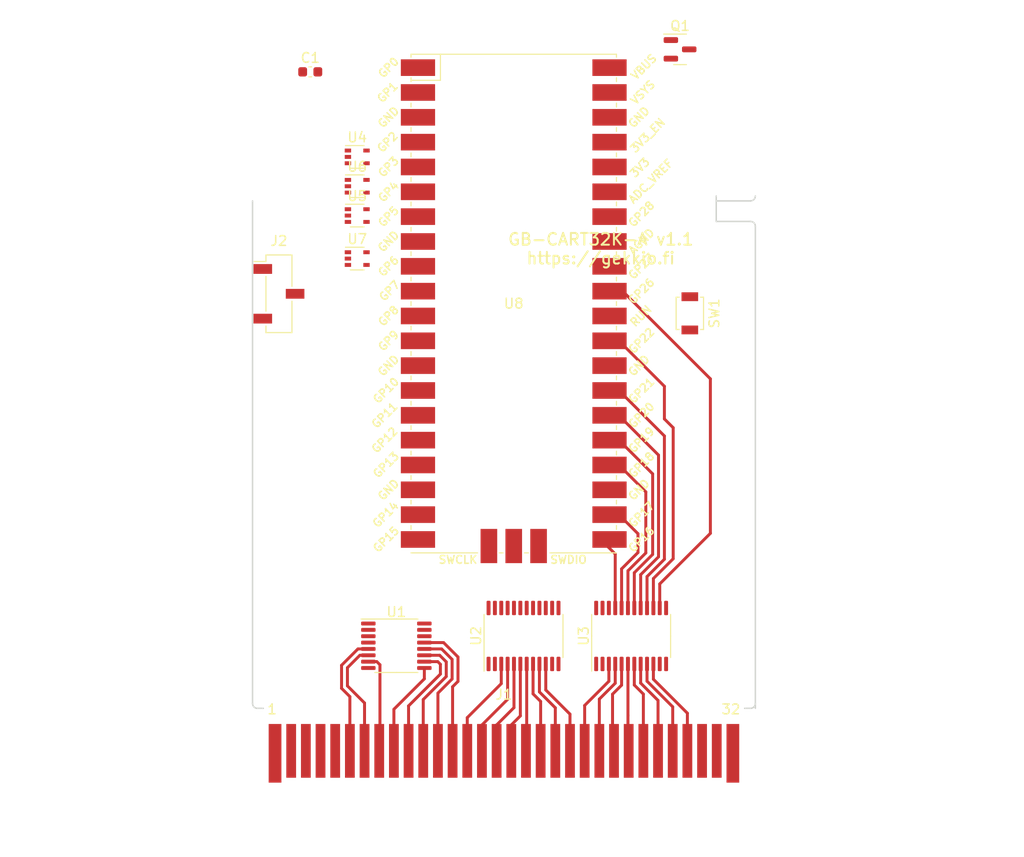
<source format=kicad_pcb>
(kicad_pcb (version 20210722) (generator pcbnew)
  (title_block (title "GB-CART32K-A") (rev "v1.1") (company "https://gekkio.fi"))
  (layers (0 "F.Cu" signal) (31 "B.Cu" signal) (34 "B.Paste" user) (35 "F.Paste" user) (36 "B.SilkS" user "B.Silkscreen") (37 "F.SilkS" user "F.Silkscreen") (38 "B.Mask" user) (39 "F.Mask" user) (44 "Edge.Cuts" user))
  (net 0 "")
  (net 1 "+5V")
  (net 2 "GND")
  (net 3 "/D0")
  (net 4 "/D1")
  (net 5 "/D2")
  (net 6 "/D3")
  (net 7 "/D4")
  (net 8 "/D5")
  (net 9 "/D6")
  (net 10 "/D7")
  (net 11 "/A12")
  (net 12 "/A13")
  (net 13 "/A14")
  (net 14 "/A7")
  (net 15 "/A6")
  (net 16 "/A5")
  (net 17 "/A4")
  (net 18 "/A3")
  (net 19 "/A2")
  (net 20 "/A1")
  (net 21 "/A0")
  (net 22 "/A10")
  (net 23 "+3V3")
  (net 24 "/A11")
  (net 25 "/A9")
  (net 26 "/A8")
  (net 29 "/A15")
  (net 30 "~{CS}")
  (net 31 "~{RD}")
  (net 32 "~{WR}")
  (net 33 "PHI")
  (net 34 "/SWDIO")
  (net 35 "/SWCLK")
  (net 36 "Net-(Q1-Pad1)")
  (net 37 "Net-(Q1-Pad2)")
  (net 38 "RUN")
  (net 39 "~{SEL_LOW_ADDR}")
  (net 40 "SCK")
  (net 41 "LSB_ADDR_SERIAL")
  (net 43 "/3V3_A15")
  (net 44 "/3V3_A14")
  (net 45 "/3V3_A13")
  (net 46 "/3V3_A12")
  (net 47 "/3V3_A11")
  (net 48 "/3V3_A10")
  (net 49 "/3V3_A9")
  (net 50 "/3V3_A8")
  (net 51 "/3V3_D7")
  (net 52 "/3V3_D6")
  (net 53 "/3V3_D5")
  (net 54 "/3V3_D4")
  (net 55 "/3V3_D3")
  (net 56 "/3V3_D2")
  (net 57 "/3V3_D1")
  (net 58 "/3V3_D0")
  (net 59 "PHI_3V3")
  (net 60 "~{RD}_3V3")
  (net 61 "~{WR}_3V3")
  (net 62 "~{CS}_3V3")
  (footprint "Package_SO:TSSOP-24_4.4x7.8mm_P0.65mm" (layer "F.Cu") (at 102 84 90)
    (fp_text reference "U2" (at 0 -4.85 90) (layer "F.SilkS"))
    (fp_text value "74LVC8T245PW")
    (fp_line (start 0 4.035) (end 2.2 4.035) (layer "F.SilkS") (width 0.12))
    (fp_line (start 0 -4.035) (end -3.6 -4.035) (layer "F.SilkS") (width 0.12))
    (fp_line (start 0 -4.035) (end 2.2 -4.035) (layer "F.SilkS") (width 0.12))
    (fp_line (start 0 4.035) (end -2.2 4.035) (layer "F.SilkS") (width 0.12))
    (pad "1" smd roundrect locked (at -2.8625 -3.575 90) (size 1.475 0.4) (layers "F.Cu" "F.Paste" "F.Mask") (net 1 "+5V"))
    (pad "2" smd roundrect locked (at -2.8625 -2.925 90) (size 1.475 0.4) (layers "F.Cu" "F.Paste" "F.Mask") (net 1 "+5V"))
    (pad "3" smd roundrect locked (at -2.8625 -2.275 90) (size 1.475 0.4) (layers "F.Cu" "F.Paste" "F.Mask") (net 26 "/A8"))
    (pad "4" smd roundrect locked (at -2.8625 -1.625 90) (size 1.475 0.4) (layers "F.Cu" "F.Paste" "F.Mask") (net 25 "/A9"))
    (pad "5" smd roundrect locked (at -2.8625 -0.975 90) (size 1.475 0.4) (layers "F.Cu" "F.Paste" "F.Mask") (net 22 "/A10"))
    (pad "6" smd roundrect locked (at -2.8625 -0.325 90) (size 1.475 0.4) (layers "F.Cu" "F.Paste" "F.Mask") (net 24 "/A11"))
    (pad "7" smd roundrect locked (at -2.8625 0.325 90) (size 1.475 0.4) (layers "F.Cu" "F.Paste" "F.Mask") (net 11 "/A12"))
    (pad "8" smd roundrect locked (at -2.8625 0.975 90) (size 1.475 0.4) (layers "F.Cu" "F.Paste" "F.Mask") (net 12 "/A13"))
    (pad "9" smd roundrect locked (at -2.8625 1.625 90) (size 1.475 0.4) (layers "F.Cu" "F.Paste" "F.Mask") (net 13 "/A14"))
    (pad "10" smd roundrect locked (at -2.8625 2.275 90) (size 1.475 0.4) (layers "F.Cu" "F.Paste" "F.Mask") (net 29 "/A15"))
    (pad "11" smd roundrect locked (at -2.8625 2.925 90) (size 1.475 0.4) (layers "F.Cu" "F.Paste" "F.Mask") (net 2 "GND"))
    (pad "12" smd roundrect locked (at -2.8625 3.575 90) (size 1.475 0.4) (layers "F.Cu" "F.Paste" "F.Mask") (net 2 "GND"))
    (pad "13" smd roundrect locked (at 2.8625 3.575 90) (size 1.475 0.4) (layers "F.Cu" "F.Paste" "F.Mask") (net 2 "GND"))
    (pad "14" smd roundrect locked (at 2.8625 2.925 90) (size 1.475 0.4) (layers "F.Cu" "F.Paste" "F.Mask") (net 43 "/3V3_A15"))
    (pad "15" smd roundrect locked (at 2.8625 2.275 90) (size 1.475 0.4) (layers "F.Cu" "F.Paste" "F.Mask") (net 44 "/3V3_A14"))
    (pad "16" smd roundrect locked (at 2.8625 1.625 90) (size 1.475 0.4) (layers "F.Cu" "F.Paste" "F.Mask") (net 45 "/3V3_A13"))
    (pad "17" smd roundrect locked (at 2.8625 0.975 90) (size 1.475 0.4) (layers "F.Cu" "F.Paste" "F.Mask") (net 46 "/3V3_A12"))
    (pad "18" smd roundrect locked (at 2.8625 0.325 90) (size 1.475 0.4) (layers "F.Cu" "F.Paste" "F.Mask") (net 47 "/3V3_A11"))
    (pad "19" smd roundrect locked (at 2.8625 -0.325 90) (size 1.475 0.4) (layers "F.Cu" "F.Paste" "F.Mask") (net 48 "/3V3_A10"))
    (pad "20" smd roundrect locked (at 2.8625 -0.975 90) (size 1.475 0.4) (layers "F.Cu" "F.Paste" "F.Mask") (net 49 "/3V3_A9"))
    (pad "21" smd roundrect locked (at 2.8625 -1.625 90) (size 1.475 0.4) (layers "F.Cu" "F.Paste" "F.Mask") (net 50 "/3V3_A8"))
    (pad "22" smd roundrect locked (at 2.8625 -2.275 90) (size 1.475 0.4) (layers "F.Cu" "F.Paste" "F.Mask") (net 2 "GND"))
    (pad "23" smd roundrect locked (at 2.8625 -2.925 90) (size 1.475 0.4) (layers "F.Cu" "F.Paste" "F.Mask") (net 23 "+3V3"))
    (pad "24" smd roundrect locked (at 2.8625 -3.575 90) (size 1.475 0.4) (layers "F.Cu" "F.Paste" "F.Mask") (net 23 "+3V3"))
  )
  (footprint "Package_TO_SOT_SMD:SOT-353_SC-70-5" (layer "F.Cu") (at 85 41)
    (fp_text reference "U5" (at 0 -2) (layer "F.SilkS"))
    (fp_text value "SN74AUP1T34DCK")
    (fp_line (start -0.7 1.16) (end 0.7 1.16) (layer "F.SilkS") (width 0.12))
    (fp_line (start 0.7 -1.16) (end -1.2 -1.16) (layer "F.SilkS") (width 0.12))
    (pad "1" smd rect locked (at -0.95 -0.65) (size 0.65 0.4) (layers "F.Cu" "F.Paste" "F.Mask") (net 1 "+5V"))
    (pad "2" smd rect locked (at -0.95 0) (size 0.65 0.4) (layers "F.Cu" "F.Paste" "F.Mask") (net 31 "~{RD}"))
    (pad "3" smd rect locked (at -0.95 0.65) (size 0.65 0.4) (layers "F.Cu" "F.Paste" "F.Mask") (net 2 "GND"))
    (pad "4" smd rect locked (at 0.95 0.65) (size 0.65 0.4) (layers "F.Cu" "F.Paste" "F.Mask") (net 60 "~{RD}_3V3"))
    (pad "5" smd rect locked (at 0.95 -0.65) (size 0.65 0.4) (layers "F.Cu" "F.Paste" "F.Mask") (net 23 "+3V3"))
  )
  (footprint "Button_Switch_SMD:SW_SPST_B3U-1000P-B" (layer "F.Cu") (at 119 51 -90)
    (fp_text reference "SW1" (at 0 -2.5 90) (layer "F.SilkS"))
    (fp_text value "RESET")
    (fp_line (start -1.65 1.4) (end 1.65 1.4) (layer "F.SilkS") (width 0.12))
    (fp_line (start 1.65 1.4) (end 1.65 1.1) (layer "F.SilkS") (width 0.12))
    (fp_line (start -1.65 -1.4) (end 1.65 -1.4) (layer "F.SilkS") (width 0.12))
    (fp_line (start -1.65 -1.1) (end -1.65 -1.4) (layer "F.SilkS") (width 0.12))
    (fp_line (start 1.65 -1.4) (end 1.65 -1.1) (layer "F.SilkS") (width 0.12))
    (fp_line (start -1.65 1.1) (end -1.65 1.4) (layer "F.SilkS") (width 0.12))
    (pad "" np_thru_hole circle locked (at 0 0 270) (size 0.8 0.8) (drill 0.8) (layers *.Cu *.Mask))
    (pad "1" smd rect locked (at -1.7 0 270) (size 0.9 1.7) (layers "F.Cu" "F.Paste" "F.Mask") (net 38 "RUN"))
    (pad "2" smd rect locked (at 1.7 0 270) (size 0.9 1.7) (layers "F.Cu" "F.Paste" "F.Mask") (net 2 "GND"))
  )
  (footprint "Gekkio_MountingHole:MountingHole_2.3mm" (layer "F.Cu") (at 118.7 59)
    (fp_text reference "H2" hide)
    (fp_text value "DNF" hide)
    (pad "" np_thru_hole circle locked (at 0 0) (size 2.3 2.3) (drill 2.3) (layers *.Cu *.Mask))
  )
  (footprint "Gekkio_MountingHole:MountingHole_2.3mm" (layer "F.Cu") (at 81.3 59)
    (fp_text reference "H2" hide)
    (fp_text value "DNF" hide)
    (pad "" np_thru_hole circle locked (at 0 0) (size 2.3 2.3) (drill 2.3) (layers *.Cu *.Mask))
  )
  (footprint "MCU_RaspberryPi_and_Boards:RPi_Pico_SMD_TH" (layer "F.Cu") (at 101 50)
    (fp_text reference "U8" (at 0 0) (layer "F.SilkS"))
    (fp_text value "Pico")
    (fp_text user "GP21" (at 13.054 8.9 45) (layer "F.SilkS") (effects (font (size 0.8 0.8))))
    (fp_text user "GP19" (at 13.054 13.97 45) (layer "F.SilkS") (effects (font (size 0.8 0.8))))
    (fp_text user "GP5" (at -12.8 -8.89 45) (layer "F.SilkS") (effects (font (size 0.8 0.8))))
    (fp_text user "AGND" (at 13.054 -6.35 45) (layer "F.SilkS") (effects (font (size 0.8 0.8))))
    (fp_text user "GP8" (at -12.8 1.27 45) (layer "F.SilkS") (effects (font (size 0.8 0.8))))
    (fp_text user "GP20" (at 13.054 11.43 45) (layer "F.SilkS") (effects (font (size 0.8 0.8))))
    (fp_text user "VSYS" (at 13.2 -21.59 45) (layer "F.SilkS") (effects (font (size 0.8 0.8))))
    (fp_text user "GP15" (at -13.054 24.13 45) (layer "F.SilkS") (effects (font (size 0.8 0.8))))
    (fp_text user "GND" (at -12.8 -6.35 45) (layer "F.SilkS") (effects (font (size 0.8 0.8))))
    (fp_text user "GND" (at 12.8 6.35 45) (layer "F.SilkS") (effects (font (size 0.8 0.8))))
    (fp_text user "GP2" (at -12.9 -16.51 45) (layer "F.SilkS") (effects (font (size 0.8 0.8))))
    (fp_text user "GP0" (at -12.8 -24.13 45) (layer "F.SilkS") (effects (font (size 0.8 0.8))))
    (fp_text user "ADC_VREF" (at 14 -12.5 45) (layer "F.SilkS") (effects (font (size 0.8 0.8))))
    (fp_text user "GP17" (at 13.054 21.59 45) (layer "F.SilkS") (effects (font (size 0.8 0.8))))
    (fp_text user "SWCLK" (at -5.7 26.2) (layer "F.SilkS") (effects (font (size 0.8 0.8))))
    (fp_text user "GP9" (at -12.8 3.81 45) (layer "F.SilkS") (effects (font (size 0.8 0.8))))
    (fp_text user "GP11" (at -13.2 11.43 45) (layer "F.SilkS") (effects (font (size 0.8 0.8))))
    (fp_text user "GP6" (at -12.8 -3.81 45) (layer "F.SilkS") (effects (font (size 0.8 0.8))))
    (fp_text user "RUN" (at 13 1.27 45) (layer "F.SilkS") (effects (font (size 0.8 0.8))))
    (fp_text user "GND" (at -12.8 -19.05 45) (layer "F.SilkS") (effects (font (size 0.8 0.8))))
    (fp_text user "GP10" (at -13.054 8.89 45) (layer "F.SilkS") (effects (font (size 0.8 0.8))))
    (fp_text user "GP22" (at 13.054 3.81 45) (layer "F.SilkS") (effects (font (size 0.8 0.8))))
    (fp_text user "GP28" (at 13.054 -9.144 45) (layer "F.SilkS") (effects (font (size 0.8 0.8))))
    (fp_text user "GP18" (at 13.054 16.51 45) (layer "F.SilkS") (effects (font (size 0.8 0.8))))
    (fp_text user "GP7" (at -12.7 -1.3 45) (layer "F.SilkS") (effects (font (size 0.8 0.8))))
    (fp_text user "SWDIO" (at 5.6 26.2) (layer "F.SilkS") (effects (font (size 0.8 0.8))))
    (fp_text user "3V3" (at 12.9 -13.9 45) (layer "F.SilkS") (effects (font (size 0.8 0.8))))
    (fp_text user "GP27" (at 13.054 -3.8 45) (layer "F.SilkS") (effects (font (size 0.8 0.8))))
    (fp_text user "GP26" (at 13.054 -1.27 45) (layer "F.SilkS") (effects (font (size 0.8 0.8))))
    (fp_text user "GP13" (at -13.054 16.51 45) (layer "F.SilkS") (effects (font (size 0.8 0.8))))
    (fp_text user "GP3" (at -12.8 -13.97 45) (layer "F.SilkS") (effects (font (size 0.8 0.8))))
    (fp_text user "GND" (at -12.8 6.35 45) (layer "F.SilkS") (effects (font (size 0.8 0.8))))
    (fp_text user "3V3_EN" (at 13.7 -17.2 45) (layer "F.SilkS") (effects (font (size 0.8 0.8))))
    (fp_text user "GP12" (at -13.2 13.97 45) (layer "F.SilkS") (effects (font (size 0.8 0.8))))
    (fp_text user "GND" (at 12.8 -19.05 45) (layer "F.SilkS") (effects (font (size 0.8 0.8))))
    (fp_text user "GND" (at -12.8 19.05 45) (layer "F.SilkS") (effects (font (size 0.8 0.8))))
    (fp_text user "GP16" (at 13.054 24.13 45) (layer "F.SilkS") (effects (font (size 0.8 0.8))))
    (fp_text user "GP14" (at -13.1 21.59 45) (layer "F.SilkS") (effects (font (size 0.8 0.8))))
    (fp_text user "GND" (at 12.8 19.05 45) (layer "F.SilkS") (effects (font (size 0.8 0.8))))
    (fp_text user "GP1" (at -12.9 -21.6 45) (layer "F.SilkS") (effects (font (size 0.8 0.8))))
    (fp_text user "VBUS" (at 13.3 -24.2 45) (layer "F.SilkS") (effects (font (size 0.8 0.8))))
    (fp_text user "GP4" (at -12.8 -11.43 45) (layer "F.SilkS") (effects (font (size 0.8 0.8))))
    (fp_line (start 10.5 -23.1) (end 10.5 -22.7) (layer "F.SilkS") (width 0.12))
    (fp_line (start 10.5 25.5) (end 3.7 25.5) (layer "F.SilkS") (width 0.12))
    (fp_line (start 10.5 -20.5) (end 10.5 -20.1) (layer "F.SilkS") (width 0.12))
    (fp_line (start 10.5 -18) (end 10.5 -17.6) (layer "F.SilkS") (width 0.12))
    (fp_line (start 1.1 25.5) (end 1.5 25.5) (layer "F.SilkS") (width 0.12))
    (fp_line (start -10.5 2.3) (end -10.5 2.7) (layer "F.SilkS") (width 0.12))
    (fp_line (start 10.5 -0.2) (end 10.5 0.2) (layer "F.SilkS") (width 0.12))
    (fp_line (start 10.5 17.6) (end 10.5 18) (layer "F.SilkS") (width 0.12))
    (fp_line (start -10.5 -5.3) (end -10.5 -4.9) (layer "F.SilkS") (width 0.12))
    (fp_line (start -10.5 -10.4) (end -10.5 -10) (layer "F.SilkS") (width 0.12))
    (fp_line (start 10.5 -15.4) (end 10.5 -15) (layer "F.SilkS") (width 0.12))
    (fp_line (start 10.5 22.7) (end 10.5 23.1) (layer "F.SilkS") (width 0.12))
    (fp_line (start 10.5 15.1) (end 10.5 15.5) (layer "F.SilkS") (width 0.12))
    (fp_line (start 10.5 12.5) (end 10.5 12.9) (layer "F.SilkS") (width 0.12))
    (fp_line (start -10.5 -18) (end -10.5 -17.6) (layer "F.SilkS") (width 0.12))
    (fp_line (start -10.5 22.7) (end -10.5 23.1) (layer "F.SilkS") (width 0.12))
    (fp_line (start -10.5 -15.4) (end -10.5 -15) (layer "F.SilkS") (width 0.12))
    (fp_line (start -10.5 -12.9) (end -10.5 -12.5) (layer "F.SilkS") (width 0.12))
    (fp_line (start -10.5 10) (end -10.5 10.4) (layer "F.SilkS") (width 0.12))
    (fp_line (start -10.5 -25.5) (end 10.5 -25.5) (layer "F.SilkS") (width 0.12))
    (fp_line (start -10.5 -23.1) (end -10.5 -22.7) (layer "F.SilkS") (width 0.12))
    (fp_line (start -10.5 17.6) (end -10.5 18) (layer "F.SilkS") (width 0.12))
    (fp_line (start 10.5 10) (end 10.5 10.4) (layer "F.SilkS") (width 0.12))
    (fp_line (start -1.5 25.5) (end -1.1 25.5) (layer "F.SilkS") (width 0.12))
    (fp_line (start 10.5 -25.5) (end 10.5 -25.2) (layer "F.SilkS") (width 0.12))
    (fp_line (start -10.5 -7.8) (end -10.5 -7.4) (layer "F.SilkS") (width 0.12))
    (fp_line (start -10.5 7.4) (end -10.5 7.8) (layer "F.SilkS") (width 0.12))
    (fp_line (start -3.7 25.5) (end -10.5 25.5) (layer "F.SilkS") (width 0.12))
    (fp_line (start -10.5 12.5) (end -10.5 12.9) (layer "F.SilkS") (width 0.12))
    (fp_line (start -10.5 -20.5) (end -10.5 -20.1) (layer "F.SilkS") (width 0.12))
    (fp_line (start -10.5 4.9) (end -10.5 5.3) (layer "F.SilkS") (width 0.12))
    (fp_line (start 10.5 -7.8) (end 10.5 -7.4) (layer "F.SilkS") (width 0.12))
    (fp_line (start 10.5 -12.9) (end 10.5 -12.5) (layer "F.SilkS") (width 0.12))
    (fp_line (start 10.5 2.3) (end 10.5 2.7) (layer "F.SilkS") (width 0.12))
    (fp_line (start 10.5 -10.4) (end 10.5 -10) (layer "F.SilkS") (width 0.12))
    (fp_line (start -10.5 -22.833) (end -7.493 -22.833) (layer "F.SilkS") (width 0.12))
    (fp_line (start -10.5 20.1) (end -10.5 20.5) (layer "F.SilkS") (width 0.12))
    (fp_line (start 10.5 20.1) (end 10.5 20.5) (layer "F.SilkS") (width 0.12))
    (fp_line (start -10.5 15.1) (end -10.5 15.5) (layer "F.SilkS") (width 0.12))
    (fp_line (start -7.493 -22.833) (end -7.493 -25.5) (layer "F.SilkS") (width 0.12))
    (fp_line (start 10.5 4.9) (end 10.5 5.3) (layer "F.SilkS") (width 0.12))
    (fp_line (start 10.5 -5.3) (end 10.5 -4.9) (layer "F.SilkS") (width 0.12))
    (fp_line (start -10.5 -2.7) (end -10.5 -2.3) (layer "F.SilkS") (width 0.12))
    (fp_line (start -10.5 -0.2) (end -10.5 0.2) (layer "F.SilkS") (width 0.12))
    (fp_line (start 10.5 -2.7) (end 10.5 -2.3) (layer "F.SilkS") (width 0.12))
    (fp_line (start 10.5 7.4) (end 10.5 7.8) (layer "F.SilkS") (width 0.12))
    (fp_line (start -10.5 -25.5) (end -10.5 -25.2) (layer "F.SilkS") (width 0.12))
    (pad "" np_thru_hole oval (at -2.425 -20.97) (size 1.5 1.5) (drill 1.5) (layers *.Cu *.Mask))
    (pad "" np_thru_hole oval (at -2.725 -24) (size 1.8 1.8) (drill 1.8) (layers *.Cu *.Mask))
    (pad "" np_thru_hole oval (at 2.725 -24) (size 1.8 1.8) (drill 1.8) (layers *.Cu *.Mask))
    (pad "" np_thru_hole oval (at 2.425 -20.97) (size 1.5 1.5) (drill 1.5) (layers *.Cu *.Mask))
    (pad "1" smd rect (at -8.89 -24.13) (size 3.5 1.7) (drill (offset -0.9 0)) (layers "F.Cu" "F.Mask") (net 39 "~{SEL_LOW_ADDR}"))
    (pad "2" smd rect (at -8.89 -21.59) (size 3.5 1.7) (drill (offset -0.9 0)) (layers "F.Cu" "F.Mask") (net 41 "LSB_ADDR_SERIAL"))
    (pad "3" smd rect (at -8.89 -19.05) (size 3.5 1.7) (drill (offset -0.9 0)) (layers "F.Cu" "F.Mask") (net 2 "GND"))
    (pad "4" smd rect (at -8.89 -16.51) (size 3.5 1.7) (drill (offset -0.9 0)) (layers "F.Cu" "F.Mask") (net 40 "SCK"))
    (pad "5" smd rect (at -8.89 -13.97) (size 3.5 1.7) (drill (offset -0.9 0)) (layers "F.Cu" "F.Mask") (net 59 "PHI_3V3"))
    (pad "6" smd rect (at -8.89 -11.43) (size 3.5 1.7) (drill (offset -0.9 0)) (layers "F.Cu" "F.Mask") (net 61 "~{WR}_3V3"))
    (pad "7" smd rect (at -8.89 -8.89) (size 3.5 1.7) (drill (offset -0.9 0)) (layers "F.Cu" "F.Mask") (net 60 "~{RD}_3V3"))
    (pad "8" smd rect (at -8.89 -6.35) (size 3.5 1.7) (drill (offset -0.9 0)) (layers "F.Cu" "F.Mask") (net 2 "GND"))
    (pad "9" smd rect (at -8.89 -3.81) (size 3.5 1.7) (drill (offset -0.9 0)) (layers "F.Cu" "F.Mask") (net 62 "~{CS}_3V3"))
    (pad "10" smd rect (at -8.89 -1.27) (size 3.5 1.7) (drill (offset -0.9 0)) (layers "F.Cu" "F.Mask"))
    (pad "11" smd rect (at -8.89 1.27) (size 3.5 1.7) (drill (offset -0.9 0)) (layers "F.Cu" "F.Mask") (net 50 "/3V3_A8"))
    (pad "12" smd rect (at -8.89 3.81) (size 3.5 1.7) (drill (offset -0.9 0)) (layers "F.Cu" "F.Mask") (net 49 "/3V3_A9"))
    (pad "13" smd rect (at -8.89 6.35) (size 3.5 1.7) (drill (offset -0.9 0)) (layers "F.Cu" "F.Mask") (net 2 "GND"))
    (pad "14" smd rect (at -8.89 8.89) (size 3.5 1.7) (drill (offset -0.9 0)) (layers "F.Cu" "F.Mask") (net 48 "/3V3_A10"))
    (pad "15" smd rect (at -8.89 11.43) (size 3.5 1.7) (drill (offset -0.9 0)) (layers "F.Cu" "F.Mask") (net 47 "/3V3_A11"))
    (pad "16" smd rect (at -8.89 13.97) (size 3.5 1.7) (drill (offset -0.9 0)) (layers "F.Cu" "F.Mask") (net 46 "/3V3_A12"))
    (pad "17" smd rect (at -8.89 16.51) (size 3.5 1.7) (drill (offset -0.9 0)) (layers "F.Cu" "F.Mask") (net 45 "/3V3_A13"))
    (pad "18" smd rect (at -8.89 19.05) (size 3.5 1.7) (drill (offset -0.9 0)) (layers "F.Cu" "F.Mask") (net 2 "GND"))
    (pad "19" smd rect (at -8.89 21.59) (size 3.5 1.7) (drill (offset -0.9 0)) (layers "F.Cu" "F.Mask") (net 44 "/3V3_A14"))
    (pad "20" smd rect (at -8.89 24.13) (size 3.5 1.7) (drill (offset -0.9 0)) (layers "F.Cu" "F.Mask") (net 43 "/3V3_A15"))
    (pad "21" smd rect (at 8.89 24.13) (size 3.5 1.7) (drill (offset 0.9 0)) (layers "F.Cu" "F.Mask") (net 58 "/3V3_D0"))
    (pad "22" smd rect (at 8.89 21.59) (size 3.5 1.7) (drill (offset 0.9 0)) (layers "F.Cu" "F.Mask") (net 57 "/3V3_D1"))
    (pad "23" smd rect (at 8.89 19.05) (size 3.5 1.7) (drill (offset 0.9 0)) (layers "F.Cu" "F.Mask") (net 2 "GND"))
    (pad "24" smd rect (at 8.89 16.51) (size 3.5 1.7) (drill (offset 0.9 0)) (layers "F.Cu" "F.Mask") (net 56 "/3V3_D2"))
    (pad "25" smd rect (at 8.89 13.97) (size 3.5 1.7) (drill (offset 0.9 0)) (layers "F.Cu" "F.Mask") (net 55 "/3V3_D3"))
    (pad "26" smd rect (at 8.89 11.43) (size 3.5 1.7) (drill (offset 0.9 0)) (layers "F.Cu" "F.Mask") (net 54 "/3V3_D4"))
    (pad "27" smd rect (at 8.89 8.89) (size 3.5 1.7) (drill (offset 0.9 0)) (layers "F.Cu" "F.Mask") (net 53 "/3V3_D5"))
    (pad "28" smd rect (at 8.89 6.35) (size 3.5 1.7) (drill (offset 0.9 0)) (layers "F.Cu" "F.Mask") (net 2 "GND"))
    (pad "29" smd rect (at 8.89 3.81) (size 3.5 1.7) (drill (offset 0.9 0)) (layers "F.Cu" "F.Mask") (net 52 "/3V3_D6"))
    (pad "30" smd rect (at 8.89 1.27) (size 3.5 1.7) (drill (offset 0.9 0)) (layers "F.Cu" "F.Mask") (net 38 "RUN"))
    (pad "31" smd rect (at 8.89 -1.27) (size 3.5 1.7) (drill (offset 0.9 0)) (layers "F.Cu" "F.Mask") (net 51 "/3V3_D7"))
    (pad "32" smd rect (at 8.89 -3.81) (size 3.5 1.7) (drill (offset 0.9 0)) (layers "F.Cu" "F.Mask"))
    (pad "33" smd rect (at 8.89 -6.35) (size 3.5 1.7) (drill (offset 0.9 0)) (layers "F.Cu" "F.Mask") (net 2 "GND"))
    (pad "34" smd rect (at 8.89 -8.89) (size 3.5 1.7) (drill (offset 0.9 0)) (layers "F.Cu" "F.Mask"))
    (pad "35" smd rect (at 8.89 -11.43) (size 3.5 1.7) (drill (offset 0.9 0)) (layers "F.Cu" "F.Mask"))
    (pad "36" smd rect (at 8.89 -13.97) (size 3.5 1.7) (drill (offset 0.9 0)) (layers "F.Cu" "F.Mask") (net 23 "+3V3"))
    (pad "37" smd rect (at 8.89 -16.51) (size 3.5 1.7) (drill (offset 0.9 0)) (layers "F.Cu" "F.Mask"))
    (pad "38" smd rect (at 8.89 -19.05) (size 3.5 1.7) (drill (offset 0.9 0)) (layers "F.Cu" "F.Mask") (net 2 "GND"))
    (pad "39" smd rect (at 8.89 -21.59) (size 3.5 1.7) (drill (offset 0.9 0)) (layers "F.Cu" "F.Mask") (net 37 "Net-(Q1-Pad2)"))
    (pad "40" smd rect (at 8.89 -24.13) (size 3.5 1.7) (drill (offset 0.9 0)) (layers "F.Cu" "F.Mask") (net 36 "Net-(Q1-Pad1)"))
    (pad "41" smd rect (at -2.54 23.9 90) (size 3.5 1.7) (drill (offset -0.9 0)) (layers "F.Cu" "F.Mask") (net 35 "/SWCLK"))
    (pad "42" smd rect (at 0 23.9 90) (size 3.5 1.7) (drill (offset -0.9 0)) (layers "F.Cu" "F.Mask") (net 2 "GND"))
    (pad "43" smd rect (at 2.54 23.9 90) (size 3.5 1.7) (drill (offset -0.9 0)) (layers "F.Cu" "F.Mask") (net 34 "/SWDIO"))
  )
  (footprint "Package_SO:TSSOP-24_4.4x7.8mm_P0.65mm" (layer "F.Cu") (at 113 84 90)
    (fp_text reference "U3" (at 0 -4.85 90) (layer "F.SilkS"))
    (fp_text value "74LVC8T245PW")
    (fp_line (start 0 -4.035) (end -3.6 -4.035) (layer "F.SilkS") (width 0.12))
    (fp_line (start 0 4.035) (end 2.2 4.035) (layer "F.SilkS") (width 0.12))
    (fp_line (start 0 -4.035) (end 2.2 -4.035) (layer "F.SilkS") (width 0.12))
    (fp_line (start 0 4.035) (end -2.2 4.035) (layer "F.SilkS") (width 0.12))
    (pad "1" smd roundrect locked (at -2.8625 -3.575 90) (size 1.475 0.4) (layers "F.Cu" "F.Paste" "F.Mask") (net 1 "+5V"))
    (pad "2" smd roundrect locked (at -2.8625 -2.925 90) (size 1.475 0.4) (layers "F.Cu" "F.Paste" "F.Mask") (net 31 "~{RD}"))
    (pad "3" smd roundrect locked (at -2.8625 -2.275 90) (size 1.475 0.4) (layers "F.Cu" "F.Paste" "F.Mask") (net 3 "/D0"))
    (pad "4" smd roundrect locked (at -2.8625 -1.625 90) (size 1.475 0.4) (layers "F.Cu" "F.Paste" "F.Mask") (net 4 "/D1"))
    (pad "5" smd roundrect locked (at -2.8625 -0.975 90) (size 1.475 0.4) (layers "F.Cu" "F.Paste" "F.Mask") (net 5 "/D2"))
    (pad "6" smd roundrect locked (at -2.8625 -0.325 90) (size 1.475 0.4) (layers "F.Cu" "F.Paste" "F.Mask") (net 6 "/D3"))
    (pad "7" smd roundrect locked (at -2.8625 0.325 90) (size 1.475 0.4) (layers "F.Cu" "F.Paste" "F.Mask") (net 7 "/D4"))
    (pad "8" smd roundrect locked (at -2.8625 0.975 90) (size 1.475 0.4) (layers "F.Cu" "F.Paste" "F.Mask") (net 8 "/D5"))
    (pad "9" smd roundrect locked (at -2.8625 1.625 90) (size 1.475 0.4) (layers "F.Cu" "F.Paste" "F.Mask") (net 9 "/D6"))
    (pad "10" smd roundrect locked (at -2.8625 2.275 90) (size 1.475 0.4) (layers "F.Cu" "F.Paste" "F.Mask") (net 10 "/D7"))
    (pad "11" smd roundrect locked (at -2.8625 2.925 90) (size 1.475 0.4) (layers "F.Cu" "F.Paste" "F.Mask") (net 2 "GND"))
    (pad "12" smd roundrect locked (at -2.8625 3.575 90) (size 1.475 0.4) (layers "F.Cu" "F.Paste" "F.Mask") (net 2 "GND"))
    (pad "13" smd roundrect locked (at 2.8625 3.575 90) (size 1.475 0.4) (layers "F.Cu" "F.Paste" "F.Mask") (net 2 "GND"))
    (pad "14" smd roundrect locked (at 2.8625 2.925 90) (size 1.475 0.4) (layers "F.Cu" "F.Paste" "F.Mask") (net 51 "/3V3_D7"))
    (pad "15" smd roundrect locked (at 2.8625 2.275 90) (size 1.475 0.4) (layers "F.Cu" "F.Paste" "F.Mask") (net 52 "/3V3_D6"))
    (pad "16" smd roundrect locked (at 2.8625 1.625 90) (size 1.475 0.4) (layers "F.Cu" "F.Paste" "F.Mask") (net 53 "/3V3_D5"))
    (pad "17" smd roundrect locked (at 2.8625 0.975 90) (size 1.475 0.4) (layers "F.Cu" "F.Paste" "F.Mask") (net 54 "/3V3_D4"))
    (pad "18" smd roundrect locked (at 2.8625 0.325 90) (size 1.475 0.4) (layers "F.Cu" "F.Paste" "F.Mask") (net 55 "/3V3_D3"))
    (pad "19" smd roundrect locked (at 2.8625 -0.325 90) (size 1.475 0.4) (layers "F.Cu" "F.Paste" "F.Mask") (net 56 "/3V3_D2"))
    (pad "20" smd roundrect locked (at 2.8625 -0.975 90) (size 1.475 0.4) (layers "F.Cu" "F.Paste" "F.Mask") (net 57 "/3V3_D1"))
    (pad "21" smd roundrect locked (at 2.8625 -1.625 90) (size 1.475 0.4) (layers "F.Cu" "F.Paste" "F.Mask") (net 58 "/3V3_D0"))
    (pad "22" smd roundrect locked (at 2.8625 -2.275 90) (size 1.475 0.4) (layers "F.Cu" "F.Paste" "F.Mask") (net 2 "GND"))
    (pad "23" smd roundrect locked (at 2.8625 -2.925 90) (size 1.475 0.4) (layers "F.Cu" "F.Paste" "F.Mask") (net 23 "+3V3"))
    (pad "24" smd roundrect locked (at 2.8625 -3.575 90) (size 1.475 0.4) (layers "F.Cu" "F.Paste" "F.Mask") (net 23 "+3V3"))
  )
  (footprint "Connector_PinSocket_2.54mm:PinSocket_1x03_P2.54mm_Vertical_SMD_Pin1Left" (layer "F.Cu") (at 77 49)
    (fp_text reference "J2" (at 0 -5.41) (layer "F.SilkS"))
    (fp_text value "DEBUG")
    (fp_line (start -1.33 -3.97) (end -1.33 -3.3) (layer "F.SilkS") (width 0.12))
    (fp_line (start 1.33 -3.97) (end 1.33 -0.76) (layer "F.SilkS") (width 0.12))
    (fp_line (start -1.33 3.97) (end 1.33 3.97) (layer "F.SilkS") (width 0.12))
    (fp_line (start -1.33 -3.97) (end 1.33 -3.97) (layer "F.SilkS") (width 0.12))
    (fp_line (start -2.54 -3.3) (end -1.33 -3.3) (layer "F.SilkS") (width 0.12))
    (fp_line (start -1.33 3.3) (end -1.33 3.97) (layer "F.SilkS") (width 0.12))
    (fp_line (start -1.33 -1.78) (end -1.33 1.78) (layer "F.SilkS") (width 0.12))
    (fp_line (start 1.33 0.76) (end 1.33 3.97) (layer "F.SilkS") (width 0.12))
    (pad "1" smd rect locked (at -1.65 -2.54) (size 1.9 1) (layers "F.Cu" "F.Paste" "F.Mask") (net 34 "/SWDIO"))
    (pad "2" smd rect locked (at 1.65 0) (size 1.9 1) (layers "F.Cu" "F.Paste" "F.Mask") (net 2 "GND"))
    (pad "3" smd rect locked (at -1.65 2.54) (size 1.9 1) (layers "F.Cu" "F.Paste" "F.Mask") (net 35 "/SWCLK"))
  )
  (footprint "Package_TO_SOT_SMD:SOT-353_SC-70-5" (layer "F.Cu") (at 85 45.4)
    (fp_text reference "U7" (at 0 -2) (layer "F.SilkS"))
    (fp_text value "SN74AUP1T34DCK")
    (fp_line (start 0.7 -1.16) (end -1.2 -1.16) (layer "F.SilkS") (width 0.12))
    (fp_line (start -0.7 1.16) (end 0.7 1.16) (layer "F.SilkS") (width 0.12))
    (pad "1" smd rect locked (at -0.95 -0.65) (size 0.65 0.4) (layers "F.Cu" "F.Paste" "F.Mask") (net 1 "+5V"))
    (pad "2" smd rect locked (at -0.95 0) (size 0.65 0.4) (layers "F.Cu" "F.Paste" "F.Mask") (net 30 "~{CS}"))
    (pad "3" smd rect locked (at -0.95 0.65) (size 0.65 0.4) (layers "F.Cu" "F.Paste" "F.Mask") (net 2 "GND"))
    (pad "4" smd rect locked (at 0.95 0.65) (size 0.65 0.4) (layers "F.Cu" "F.Paste" "F.Mask") (net 62 "~{CS}_3V3"))
    (pad "5" smd rect locked (at 0.95 -0.65) (size 0.65 0.4) (layers "F.Cu" "F.Paste" "F.Mask") (net 23 "+3V3"))
  )
  (footprint "Package_TO_SOT_SMD:SOT-23" (layer "F.Cu") (at 118 24)
    (fp_text reference "Q1" (at 0 -2.4) (layer "F.SilkS"))
    (fp_text value "Si2319CDS")
    (fp_line (start 0 -1.56) (end -1.675 -1.56) (layer "F.SilkS") (width 0.12))
    (fp_line (start 0 -1.56) (end 0.65 -1.56) (layer "F.SilkS") (width 0.12))
    (fp_line (start 0 1.56) (end -0.65 1.56) (layer "F.SilkS") (width 0.12))
    (fp_line (start 0 1.56) (end 0.65 1.56) (layer "F.SilkS") (width 0.12))
    (pad "1" smd roundrect locked (at -0.9375 -0.95) (size 1.475 0.6) (layers "F.Cu" "F.Paste" "F.Mask") (net 36 "Net-(Q1-Pad1)"))
    (pad "2" smd roundrect locked (at -0.9375 0.95) (size 1.475 0.6) (layers "F.Cu" "F.Paste" "F.Mask") (net 37 "Net-(Q1-Pad2)"))
    (pad "3" smd roundrect locked (at 0.9375 0) (size 1.475 0.6) (layers "F.Cu" "F.Paste" "F.Mask") (net 1 "+5V"))
  )
  (footprint "Capacitor_SMD:C_0603_1608Metric" (layer "F.Cu") (at 80.2 26.3)
    (fp_text reference "C1" (at 0 -1.43) (layer "F.SilkS"))
    (fp_text value "100n")
    (fp_line (start -0.14058 -0.51) (end 0.14058 -0.51) (layer "F.SilkS") (width 0.12))
    (fp_line (start -0.14058 0.51) (end 0.14058 0.51) (layer "F.SilkS") (width 0.12))
    (pad "1" smd roundrect locked (at -0.775 0) (size 0.9 0.95) (layers "F.Cu" "F.Paste" "F.Mask") (net 23 "+3V3"))
    (pad "2" smd roundrect locked (at 0.775 0) (size 0.9 0.95) (layers "F.Cu" "F.Paste" "F.Mask") (net 2 "GND"))
  )
  (footprint "Gekkio_Connector_PCBEdge:GameBoy_Cartridge_1x32_P1.50mm_Edge" (layer "F.Cu") (at 100 96)
    (fp_text reference "J1" (at 0 -6) (layer "F.SilkS"))
    (fp_text value "GameBoy_Cartridge")
    (fp_text user "1" (at -23.7 -4.5) (layer "F.SilkS"))
    (fp_text user "32" (at 23.2 -4.5) (layer "F.SilkS"))
    (pad "1" connect rect locked (at -23.4 0 90) (size 6 1.3) (layers "F.Cu" "F.Mask") (net 1 "+5V"))
    (pad "2" connect rect locked (at -21.75 -0.25 90) (size 5.5 1) (layers "F.Cu" "F.Mask") (net 33 "PHI"))
    (pad "3" connect rect locked (at -20.25 -0.25 90) (size 5.5 1) (layers "F.Cu" "F.Mask") (net 32 "~{WR}"))
    (pad "4" connect rect locked (at -18.75 -0.25 90) (size 5.5 1) (layers "F.Cu" "F.Mask") (net 31 "~{RD}"))
    (pad "5" connect rect locked (at -17.25 -0.25 90) (size 5.5 1) (layers "F.Cu" "F.Mask") (net 30 "~{CS}"))
    (pad "6" connect rect locked (at -15.75 -0.25 90) (size 5.5 1) (layers "F.Cu" "F.Mask") (net 21 "/A0"))
    (pad "7" connect rect locked (at -14.25 -0.25 90) (size 5.5 1) (layers "F.Cu" "F.Mask") (net 20 "/A1"))
    (pad "8" connect rect locked (at -12.75 -0.25 90) (size 5.5 1) (layers "F.Cu" "F.Mask") (net 19 "/A2"))
    (pad "9" connect rect locked (at -11.25 -0.25 90) (size 5.5 1) (layers "F.Cu" "F.Mask") (net 18 "/A3"))
    (pad "10" connect rect locked (at -9.75 -0.25 90) (size 5.5 1) (layers "F.Cu" "F.Mask") (net 17 "/A4"))
    (pad "11" connect rect locked (at -8.25 -0.25 90) (size 5.5 1) (layers "F.Cu" "F.Mask") (net 16 "/A5"))
    (pad "12" connect rect locked (at -6.75 -0.25 90) (size 5.5 1) (layers "F.Cu" "F.Mask") (net 15 "/A6"))
    (pad "13" connect rect locked (at -5.25 -0.25 90) (size 5.5 1) (layers "F.Cu" "F.Mask") (net 14 "/A7"))
    (pad "14" connect rect locked (at -3.75 -0.25 90) (size 5.5 1) (layers "F.Cu" "F.Mask") (net 26 "/A8"))
    (pad "15" connect rect locked (at -2.25 -0.25 90) (size 5.5 1) (layers "F.Cu" "F.Mask") (net 25 "/A9"))
    (pad "16" connect rect locked (at -0.75 -0.25 90) (size 5.5 1) (layers "F.Cu" "F.Mask") (net 22 "/A10"))
    (pad "17" connect rect locked (at 0.75 -0.25 90) (size 5.5 1) (layers "F.Cu" "F.Mask") (net 24 "/A11"))
    (pad "18" connect rect locked (at 2.25 -0.25 90) (size 5.5 1) (layers "F.Cu" "F.Mask") (net 11 "/A12"))
    (pad "19" connect rect locked (at 3.75 -0.25 90) (size 5.5 1) (layers "F.Cu" "F.Mask") (net 12 "/A13"))
    (pad "20" connect rect locked (at 5.25 -0.25 90) (size 5.5 1) (layers "F.Cu" "F.Mask") (net 13 "/A14"))
    (pad "21" connect rect locked (at 6.75 -0.25 90) (size 5.5 1) (layers "F.Cu" "F.Mask") (net 29 "/A15"))
    (pad "22" connect rect locked (at 8.25 -0.25 90) (size 5.5 1) (layers "F.Cu" "F.Mask") (net 3 "/D0"))
    (pad "23" connect rect locked (at 9.75 -0.25 90) (size 5.5 1) (layers "F.Cu" "F.Mask") (net 4 "/D1"))
    (pad "24" connect rect locked (at 11.25 -0.25 90) (size 5.5 1) (layers "F.Cu" "F.Mask") (net 5 "/D2"))
    (pad "25" connect rect locked (at 12.75 -0.25 90) (size 5.5 1) (layers "F.Cu" "F.Mask") (net 6 "/D3"))
    (pad "26" connect rect locked (at 14.25 -0.25 90) (size 5.5 1) (layers "F.Cu" "F.Mask") (net 7 "/D4"))
    (pad "27" connect rect locked (at 15.75 -0.25 90) (size 5.5 1) (layers "F.Cu" "F.Mask") (net 8 "/D5"))
    (pad "28" connect rect locked (at 17.25 -0.25 90) (size 5.5 1) (layers "F.Cu" "F.Mask") (net 9 "/D6"))
    (pad "29" connect rect locked (at 18.75 -0.25 90) (size 5.5 1) (layers "F.Cu" "F.Mask") (net 10 "/D7"))
    (pad "30" connect rect locked (at 20.25 -0.25 90) (size 5.5 1) (layers "F.Cu" "F.Mask"))
    (pad "31" connect rect locked (at 21.75 -0.25 90) (size 5.5 1) (layers "F.Cu" "F.Mask"))
    (pad "32" connect rect locked (at 23.4 0 90) (size 6 1.3) (layers "F.Cu" "F.Mask") (net 2 "GND"))
  )
  (footprint "Package_TO_SOT_SMD:SOT-353_SC-70-5" (layer "F.Cu") (at 85 35)
    (fp_text reference "U4" (at 0 -2) (layer "F.SilkS"))
    (fp_text value "SN74AUP1T34DCK")
    (fp_line (start 0.7 -1.16) (end -1.2 -1.16) (layer "F.SilkS") (width 0.12))
    (fp_line (start -0.7 1.16) (end 0.7 1.16) (layer "F.SilkS") (width 0.12))
    (pad "1" smd rect locked (at -0.95 -0.65) (size 0.65 0.4) (layers "F.Cu" "F.Paste" "F.Mask") (net 1 "+5V"))
    (pad "2" smd rect locked (at -0.95 0) (size 0.65 0.4) (layers "F.Cu" "F.Paste" "F.Mask") (net 33 "PHI"))
    (pad "3" smd rect locked (at -0.95 0.65) (size 0.65 0.4) (layers "F.Cu" "F.Paste" "F.Mask") (net 2 "GND"))
    (pad "4" smd rect locked (at 0.95 0.65) (size 0.65 0.4) (layers "F.Cu" "F.Paste" "F.Mask") (net 59 "PHI_3V3"))
    (pad "5" smd rect locked (at 0.95 -0.65) (size 0.65 0.4) (layers "F.Cu" "F.Paste" "F.Mask") (net 23 "+3V3"))
  )
  (footprint "Package_SO:TSSOP-16_4.4x5mm_P0.65mm" (layer "F.Cu") (at 89 85)
    (fp_text reference "U1" (at 0 -3.45) (layer "F.SilkS"))
    (fp_text value "74VHC9164FT")
    (fp_line (start 0 -2.735) (end 2.2 -2.735) (layer "F.SilkS") (width 0.12))
    (fp_line (start 0 2.735) (end 2.2 2.735) (layer "F.SilkS") (width 0.12))
    (fp_line (start 0 -2.735) (end -3.6 -2.735) (layer "F.SilkS") (width 0.12))
    (fp_line (start 0 2.735) (end -2.2 2.735) (layer "F.SilkS") (width 0.12))
    (pad "1" smd roundrect locked (at -2.8625 -2.275) (size 1.475 0.4) (layers "F.Cu" "F.Paste" "F.Mask") (net 23 "+3V3"))
    (pad "2" smd roundrect locked (at -2.8625 -1.625) (size 1.475 0.4) (layers "F.Cu" "F.Paste" "F.Mask") (net 39 "~{SEL_LOW_ADDR}"))
    (pad "3" smd roundrect locked (at -2.8625 -0.975) (size 1.475 0.4) (layers "F.Cu" "F.Paste" "F.Mask") (net 2 "GND"))
    (pad "4" smd roundrect locked (at -2.8625 -0.325) (size 1.475 0.4) (layers "F.Cu" "F.Paste" "F.Mask") (net 40 "SCK"))
    (pad "5" smd roundrect locked (at -2.8625 0.325) (size 1.475 0.4) (layers "F.Cu" "F.Paste" "F.Mask") (net 21 "/A0"))
    (pad "6" smd roundrect locked (at -2.8625 0.975) (size 1.475 0.4) (layers "F.Cu" "F.Paste" "F.Mask") (net 20 "/A1"))
    (pad "7" smd roundrect locked (at -2.8625 1.625) (size 1.475 0.4) (layers "F.Cu" "F.Paste" "F.Mask") (net 19 "/A2"))
    (pad "8" smd roundrect locked (at -2.8625 2.275) (size 1.475 0.4) (layers "F.Cu" "F.Paste" "F.Mask") (net 2 "GND"))
    (pad "9" smd roundrect locked (at 2.8625 2.275) (size 1.475 0.4) (layers "F.Cu" "F.Paste" "F.Mask") (net 18 "/A3"))
    (pad "10" smd roundrect locked (at 2.8625 1.625) (size 1.475 0.4) (layers "F.Cu" "F.Paste" "F.Mask") (net 17 "/A4"))
    (pad "11" smd roundrect locked (at 2.8625 0.975) (size 1.475 0.4) (layers "F.Cu" "F.Paste" "F.Mask") (net 16 "/A5"))
    (pad "12" smd roundrect locked (at 2.8625 0.325) (size 1.475 0.4) (layers "F.Cu" "F.Paste" "F.Mask") (net 15 "/A6"))
    (pad "13" smd roundrect locked (at 2.8625 -0.325) (size 1.475 0.4) (layers "F.Cu" "F.Paste" "F.Mask") (net 14 "/A7"))
    (pad "14" smd roundrect locked (at 2.8625 -0.975) (size 1.475 0.4) (layers "F.Cu" "F.Paste" "F.Mask") (net 41 "LSB_ADDR_SERIAL"))
    (pad "15" smd roundrect locked (at 2.8625 -1.625) (size 1.475 0.4) (layers "F.Cu" "F.Paste" "F.Mask"))
    (pad "16" smd roundrect locked (at 2.8625 -2.275) (size 1.475 0.4) (layers "F.Cu" "F.Paste" "F.Mask") (net 23 "+3V3"))
  )
  (footprint "Package_TO_SOT_SMD:SOT-353_SC-70-5" (layer "F.Cu") (at 85 38)
    (fp_text reference "U6" (at 0 -2) (layer "F.SilkS"))
    (fp_text value "SN74AUP1T34DCK")
    (fp_line (start 0.7 -1.16) (end -1.2 -1.16) (layer "F.SilkS") (width 0.12))
    (fp_line (start -0.7 1.16) (end 0.7 1.16) (layer "F.SilkS") (width 0.12))
    (pad "1" smd rect locked (at -0.95 -0.65) (size 0.65 0.4) (layers "F.Cu" "F.Paste" "F.Mask") (net 1 "+5V"))
    (pad "2" smd rect locked (at -0.95 0) (size 0.65 0.4) (layers "F.Cu" "F.Paste" "F.Mask") (net 32 "~{WR}"))
    (pad "3" smd rect locked (at -0.95 0.65) (size 0.65 0.4) (layers "F.Cu" "F.Paste" "F.Mask") (net 2 "GND"))
    (pad "4" smd rect locked (at 0.95 0.65) (size 0.65 0.4) (layers "F.Cu" "F.Paste" "F.Mask") (net 61 "~{WR}_3V3"))
    (pad "5" smd rect locked (at 0.95 -0.65) (size 0.65 0.4) (layers "F.Cu" "F.Paste" "F.Mask") (net 23 "+3V3"))
  )
  (gr_arc (start 125.2 42.1) (end 125.7 42.1) (angle -90) (layer "Edge.Cuts") (width 0.15))
  (gr_arc (start 74.8 90.9) (end 74.3 90.9) (angle -90) (layer "Edge.Cuts") (width 0.15))
  (gr_arc (start 125.2 90.9) (end 125.2 91.4) (angle -90) (layer "Edge.Cuts") (width 0.15))
  (gr_line (start 74.3 90.9) (end 74.3 39.5) (angle 90) (layer "Edge.Cuts") (width 0.15))
  (gr_line (start 125.7 91.4) (end 125.7 42.1) (angle 90) (layer "Edge.Cuts") (width 0.15))
  (gr_line (start 121.7 39) (end 121.7 41.6) (angle 90) (layer "Edge.Cuts") (width 0.15))
  (gr_line (start 75.4 91.4) (end 74.8 91.4) (angle 90) (layer "Edge.Cuts") (width 0.15))
  (gr_arc (start 125.2 39) (end 125.2 39.5) (angle -90) (layer "Edge.Cuts") (width 0.15))
  (gr_line (start 125.2 41.6) (end 121.7 41.6) (angle 90) (layer "Edge.Cuts") (width 0.15))
  (gr_line (start 124.6 91.4) (end 125.2 91.4) (angle 90) (layer "Edge.Cuts") (width 0.15))
  (gr_line (start 125.2 39.5) (end 121.7 39.5) (angle 90) (layer "Edge.Cuts") (width 0.15))
  (gr_text "GB-CART32K-A v1.1\nhttps://gekkio.fi" (at 109.9 44.4) (layer "F.SilkS") (effects (font (size 1.2 1.2) (thickness 0.2))))
  (segment (start 108.25 95.75) (end 108.25 91.106492) (width 0.3) (layer "F.Cu") (net 3))
  (segment (start 108.25 91.106492) (end 110.725 88.631492) (width 0.3) (layer "F.Cu") (net 3))
  (segment (start 110.725 88.631492) (end 110.725 86.8625) (width 0.3) (layer "F.Cu") (net 3))
  (segment (start 111.375 88.829328) (end 111.375 86.8625) (width 0.3) (layer "F.Cu") (net 4))
  (segment (start 109.75 95.75) (end 109.75 90.454328) (width 0.3) (layer "F.Cu") (net 4))
  (segment (start 109.75 90.454328) (end 111.375 88.829328) (width 0.3) (layer "F.Cu") (net 4))
  (segment (start 111.100489 89.951675) (end 112.025 89.027164) (width 0.3) (layer "F.Cu") (net 5))
  (segment (start 111.10049 95.60049) (end 111.100489 89.951675) (width 0.3) (layer "F.Cu") (net 5))
  (segment (start 111.25 95.75) (end 111.10049 95.60049) (width 0.3) (layer "F.Cu") (net 5))
  (segment (start 112.025 89.027164) (end 112.025 86.8625) (width 0.3) (layer "F.Cu") (net 5))
  (segment (start 112.675 92.125) (end 112.675 86.8625) (width 0.3) (layer "F.Cu") (net 6))
  (segment (start 112.75 95.75) (end 112.675 95.675) (width 0.3) (layer "F.Cu") (net 6))
  (segment (start 112.675 95.675) (end 112.675 92.125) (width 0.3) (layer "F.Cu") (net 6))
  (segment (start 113.325 89.016342) (end 113.325 86.8625) (width 0.3) (layer "F.Cu") (net 7))
  (segment (start 114.25 89.941342) (end 113.325 89.016342) (width 0.3) (layer "F.Cu") (net 7))
  (segment (start 114.25 95.75) (end 114.25 89.941342) (width 0.3) (layer "F.Cu") (net 7))
  (segment (start 113.975 88.818512) (end 113.975 86.8625) (width 0.3) (layer "F.Cu") (net 8))
  (segment (start 115.75 95.75) (end 115.75 90.593512) (width 0.3) (layer "F.Cu") (net 8))
  (segment (start 115.75 90.593512) (end 113.975 88.818512) (width 0.3) (layer "F.Cu") (net 8))
  (segment (start 117.25 91.245672) (end 114.625 88.620672) (width 0.3) (layer "F.Cu") (net 9))
  (segment (start 117.25 95.75) (end 117.25 91.245672) (width 0.3) (layer "F.Cu") (net 9))
  (segment (start 114.625 88.620672) (end 114.625 86.8625) (width 0.3) (layer "F.Cu") (net 9))
  (segment (start 118.75 95.75) (end 118.75 91.897836) (width 0.3) (layer "F.Cu") (net 10))
  (segment (start 118.75 91.897836) (end 115.275 88.422836) (width 0.3) (layer "F.Cu") (net 10))
  (segment (start 115.275 88.422836) (end 115.275 86.8625) (width 0.3) (layer "F.Cu") (net 10))
  (segment (start 102.25 95.75) (end 102.325 95.675) (width 0.3) (layer "F.Cu") (net 11))
  (segment (start 102.325 95.675) (end 102.325 86.8625) (width 0.3) (layer "F.Cu") (net 11))
  (segment (start 103.75 95.75) (end 103.75 90.693508) (width 0.3) (layer "F.Cu") (net 12))
  (segment (start 103.75 90.693508) (end 102.975 89.918508) (width 0.3) (layer "F.Cu") (net 12))
  (segment (start 102.975 89.918508) (end 102.975 86.8625) (width 0.3) (layer "F.Cu") (net 12))
  (segment (start 105.25 91.345672) (end 103.625 89.720672) (width 0.3) (layer "F.Cu") (net 13))
  (segment (start 105.25 95.75) (end 105.25 91.345672) (width 0.3) (layer "F.Cu") (net 13))
  (segment (start 103.625 89.720672) (end 103.625 86.8625) (width 0.3) (layer "F.Cu") (net 13))
  (segment (start 95.300489 88.643019) (end 95.300489 86.148325) (width 0.3) (layer "F.Cu") (net 14))
  (segment (start 93.827164 84.675) (end 91.8625 84.675) (width 0.3) (layer "F.Cu") (net 14))
  (segment (start 94.75 89.193508) (end 95.300489 88.643019) (width 0.3) (layer "F.Cu") (net 14))
  (segment (start 95.300489 86.148325) (end 93.827164 84.675) (width 0.3) (layer "F.Cu") (net 14))
  (segment (start 94.75 95.75) (end 94.75 89.193508) (width 0.3) (layer "F.Cu") (net 14))
  (segment (start 93.25 95.75) (end 93.25 89.845672) (width 0.3) (layer "F.Cu") (net 15))
  (segment (start 93.25 89.845672) (end 94.700978 88.394694) (width 0.3) (layer "F.Cu") (net 15))
  (segment (start 94.700978 88.394694) (end 94.700979 86.396651) (width 0.3) (layer "F.Cu") (net 15))
  (segment (start 93.629328 85.325) (end 91.8625 85.325) (width 0.3) (layer "F.Cu") (net 15))
  (segment (start 94.700979 86.396651) (end 93.629328 85.325) (width 0.3) (layer "F.Cu") (net 15))
  (segment (start 91.75 90.497836) (end 94.101466 88.14637) (width 0.3) (layer "F.Cu") (net 16))
  (segment (start 91.75 95.75) (end 91.75 90.497836) (width 0.3) (layer "F.Cu") (net 16))
  (segment (start 94.101466 86.644974) (end 93.431492 85.975) (width 0.3) (layer "F.Cu") (net 16))
  (segment (start 93.431492 85.975) (end 91.8625 85.975) (width 0.3) (layer "F.Cu") (net 16))
  (segment (start 94.101466 88.14637) (end 94.101466 86.644974) (width 0.3) (layer "F.Cu") (net 16))
  (segment (start 90.25 91.15) (end 93.501953 87.898047) (width 0.3) (layer "F.Cu") (net 17))
  (segment (start 90.25 95.75) (end 90.25 91.15) (width 0.3) (layer "F.Cu") (net 17))
  (segment (start 93.501953 87.898047) (end 93.501953 86.893295) (width 0.3) (layer "F.Cu") (net 17))
  (segment (start 93.501953 86.893295) (end 93.233658 86.625) (width 0.3) (layer "F.Cu") (net 17))
  (segment (start 93.233658 86.625) (end 91.8625 86.625) (width 0.3) (layer "F.Cu") (net 17))
  (segment (start 91.8625 88.385336) (end 91.8625 87.275) (width 0.3) (layer "F.Cu") (net 18))
  (segment (start 88.75 91.497836) (end 91.8625 88.385336) (width 0.3) (layer "F.Cu") (net 18))
  (segment (start 88.75 95.75) (end 88.75 91.497836) (width 0.3) (layer "F.Cu") (net 18))
  (segment (start 87.25 95.75) (end 87.32452 95.67548) (width 0.3) (layer "F.Cu") (net 19))
  (segment (start 87.32452 86.94461) (end 87.00491 86.625) (width 0.3) (layer "F.Cu") (net 19))
  (segment (start 87.00491 86.625) (end 86.1375 86.625) (width 0.3) (layer "F.Cu") (net 19))
  (segment (start 87.32452 95.67548) (end 87.32452 86.94461) (width 0.3) (layer "F.Cu") (net 19))
  (segment (start 85.75 95.75) (end 85.75 90.854328) (width 0.3) (layer "F.Cu") (net 20))
  (segment (start 85.27009 85.975) (end 86.1375 85.975) (width 0.3) (layer "F.Cu") (net 20))
  (segment (start 85.75 90.854328) (end 84 89.104328) (width 0.3) (layer "F.Cu") (net 20))
  (segment (start 84 87.24509) (end 85.27009 85.975) (width 0.3) (layer "F.Cu") (net 20))
  (segment (start 84 89.104328) (end 84 87.24509) (width 0.3) (layer "F.Cu") (net 20))
  (segment (start 83.39951 89.351674) (end 83.39951 86.997744) (width 0.3) (layer "F.Cu") (net 21))
  (segment (start 84.25 90.202164) (end 83.39951 89.351674) (width 0.3) (layer "F.Cu") (net 21))
  (segment (start 83.39951 86.997744) (end 85.072254 85.325) (width 0.3) (layer "F.Cu") (net 21))
  (segment (start 84.25 95.75) (end 84.25 90.202164) (width 0.3) (layer "F.Cu") (net 21))
  (segment (start 85.072254 85.325) (end 86.1375 85.325) (width 0.3) (layer "F.Cu") (net 21))
  (segment (start 101.025 86.8625) (end 101.025 91.325978) (width 0.3) (layer "F.Cu") (net 22))
  (segment (start 101.025 91.325978) (end 99.25 93.100978) (width 0.3) (layer "F.Cu") (net 22))
  (segment (start 99.25 93.100978) (end 99.25 95.75) (width 0.3) (layer "F.Cu") (net 22))
  (segment (start 101.675 92.175978) (end 100.75 93.100978) (width 0.3) (layer "F.Cu") (net 24))
  (segment (start 100.75 93.100978) (end 100.75 95.75) (width 0.3) (layer "F.Cu") (net 24))
  (segment (start 101.675 86.8625) (end 101.675 92.175978) (width 0.3) (layer "F.Cu") (net 24))
  (segment (start 100.375 90.475978) (end 97.75 93.100978) (width 0.3) (layer "F.Cu") (net 25))
  (segment (start 100.375 86.8625) (end 100.375 90.475978) (width 0.3) (layer "F.Cu") (net 25))
  (segment (start 97.75 93.100978) (end 97.75 95.75) (width 0.3) (layer "F.Cu") (net 25))
  (segment (start 99.725 86.8625) (end 99.725 88.875) (width 0.3) (layer "F.Cu") (net 26))
  (segment (start 99.725 88.875) (end 96.25 92.35) (width 0.3) (layer "F.Cu") (net 26))
  (segment (start 96.25 92.35) (end 96.25 95.75) (width 0.3) (layer "F.Cu") (net 26))
  (segment (start 106.75 91.997836) (end 104.275 89.522836) (width 0.3) (layer "F.Cu") (net 29))
  (segment (start 106.75 95.75) (end 106.75 91.997836) (width 0.3) (layer "F.Cu") (net 29))
  (segment (start 104.275 89.522836) (end 104.275 86.8625) (width 0.3) (layer "F.Cu") (net 29))
  (segment (start 115.925 78.675) (end 121.1 73.5) (width 0.3) (layer "F.Cu") (net 51))
  (segment (start 112.13 48.73) (end 109.89 48.73) (width 0.3) (layer "F.Cu") (net 51))
  (segment (start 121.1 73.5) (end 121.1 57.7) (width 0.3) (layer "F.Cu") (net 51))
  (segment (start 115.925 81.1375) (end 115.925 78.675) (width 0.3) (layer "F.Cu") (net 51))
  (segment (start 121.1 57.7) (end 112.13 48.73) (width 0.3) (layer "F.Cu") (net 51))
  (segment (start 115.275 81.1375) (end 115.275 78.125) (width 0.3) (layer "F.Cu") (net 52))
  (segment (start 111.749022 53.81) (end 109.89 53.81) (width 0.3) (layer "F.Cu") (net 52))
  (segment (start 116.4 58.460978) (end 111.749022 53.81) (width 0.3) (layer "F.Cu") (net 52))
  (segment (start 117.3 62.7) (end 116.4 61.8) (width 0.3) (layer "F.Cu") (net 52))
  (segment (start 117.3 76.1) (end 117.3 62.7) (width 0.3) (layer "F.Cu") (net 52))
  (segment (start 115.275 78.125) (end 117.3 76.1) (width 0.3) (layer "F.Cu") (net 52))
  (segment (start 116.4 61.8) (end 116.4 58.460978) (width 0.3) (layer "F.Cu") (net 52))
  (segment (start 111.749022 58.89) (end 109.89 58.89) (width 0.3) (layer "F.Cu") (net 53))
  (segment (start 114.625 77.927164) (end 116.4 76.152164) (width 0.3) (layer "F.Cu") (net 53))
  (segment (start 116.4 63.540978) (end 111.749022 58.89) (width 0.3) (layer "F.Cu") (net 53))
  (segment (start 114.625 81.1375) (end 114.625 77.927164) (width 0.3) (layer "F.Cu") (net 53))
  (segment (start 116.4 76.152164) (end 116.4 63.540978) (width 0.3) (layer "F.Cu") (net 53))
  (segment (start 113.975 81.1375) (end 113.975 77.729328) (width 0.3) (layer "F.Cu") (net 54))
  (segment (start 111.73 61.43) (end 109.89 61.43) (width 0.3) (layer "F.Cu") (net 54))
  (segment (start 113.975 77.729328) (end 115.8 75.904328) (width 0.3) (layer "F.Cu") (net 54))
  (segment (start 115.8 75.904328) (end 115.8 65.5) (width 0.3) (layer "F.Cu") (net 54))
  (segment (start 115.8 65.5) (end 111.73 61.43) (width 0.3) (layer "F.Cu") (net 54))
  (segment (start 113.325 81.1375) (end 113.325 77.531491) (width 0.3) (layer "F.Cu") (net 55))
  (segment (start 111.749022 63.97) (end 109.89 63.97) (width 0.3) (layer "F.Cu") (net 55))
  (segment (start 115.2 67.420978) (end 111.749022 63.97) (width 0.3) (layer "F.Cu") (net 55))
  (segment (start 113.325 77.531491) (end 115.2 75.656491) (width 0.3) (layer "F.Cu") (net 55))
  (segment (start 115.2 75.656491) (end 115.2 67.420978) (width 0.3) (layer "F.Cu") (net 55))
  (segment (start 114.5 75.508656) (end 114.5 69.260978) (width 0.3) (layer "F.Cu") (net 56))
  (segment (start 114.5 69.260978) (end 111.749022 66.51) (width 0.3) (layer "F.Cu") (net 56))
  (segment (start 111.749022 66.51) (end 109.89 66.51) (width 0.3) (layer "F.Cu") (net 56))
  (segment (start 112.675 81.1375) (end 112.675 77.333656) (width 0.3) (layer "F.Cu") (net 56))
  (segment (start 112.675 77.333656) (end 114.5 75.508656) (width 0.3) (layer "F.Cu") (net 56))
  (segment (start 112.025 81.1375) (end 112.025 77.135822) (width 0.3) (layer "F.Cu") (net 57))
  (segment (start 113.7 75.460822) (end 113.7 73.540978) (width 0.3) (layer "F.Cu") (net 57))
  (segment (start 111.749022 71.59) (end 109.89 71.59) (width 0.3) (layer "F.Cu") (net 57))
  (segment (start 113.7 73.540978) (end 111.749022 71.59) (width 0.3) (layer "F.Cu") (net 57))
  (segment (start 112.025 77.135822) (end 113.7 75.460822) (width 0.3) (layer "F.Cu") (net 57))
  (segment (start 111.375 75.615) (end 111.375 81.1375) (width 0.3) (layer "F.Cu") (net 58))
  (segment (start 109.89 74.13) (end 111.375 75.615) (width 0.3) (layer "F.Cu") (net 58))
)
</source>
